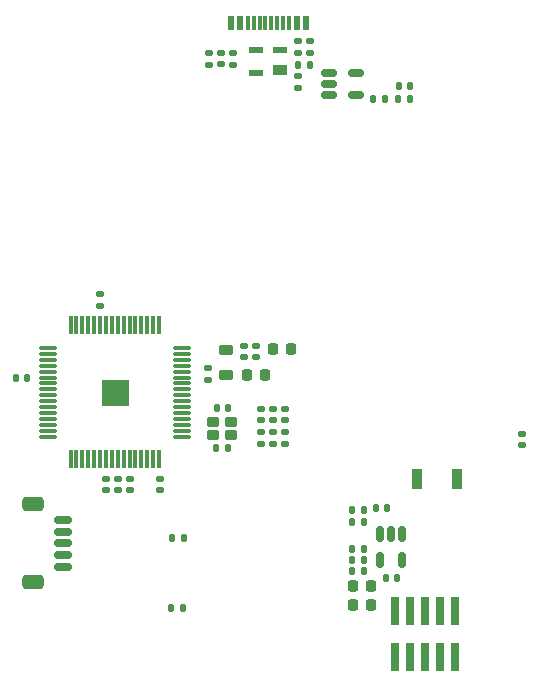
<source format=gbr>
%TF.GenerationSoftware,KiCad,Pcbnew,6.0.9+dfsg-1*%
%TF.CreationDate,2023-01-18T23:30:58-08:00*%
%TF.ProjectId,redshift,72656473-6869-4667-942e-6b696361645f,0.2*%
%TF.SameCoordinates,Original*%
%TF.FileFunction,Paste,Top*%
%TF.FilePolarity,Positive*%
%FSLAX46Y46*%
G04 Gerber Fmt 4.6, Leading zero omitted, Abs format (unit mm)*
G04 Created by KiCad (PCBNEW 6.0.9+dfsg-1) date 2023-01-18 23:30:58*
%MOMM*%
%LPD*%
G01*
G04 APERTURE LIST*
G04 Aperture macros list*
%AMRoundRect*
0 Rectangle with rounded corners*
0 $1 Rounding radius*
0 $2 $3 $4 $5 $6 $7 $8 $9 X,Y pos of 4 corners*
0 Add a 4 corners polygon primitive as box body*
4,1,4,$2,$3,$4,$5,$6,$7,$8,$9,$2,$3,0*
0 Add four circle primitives for the rounded corners*
1,1,$1+$1,$2,$3*
1,1,$1+$1,$4,$5*
1,1,$1+$1,$6,$7*
1,1,$1+$1,$8,$9*
0 Add four rect primitives between the rounded corners*
20,1,$1+$1,$2,$3,$4,$5,0*
20,1,$1+$1,$4,$5,$6,$7,0*
20,1,$1+$1,$6,$7,$8,$9,0*
20,1,$1+$1,$8,$9,$2,$3,0*%
G04 Aperture macros list end*
%ADD10C,0.010000*%
%ADD11RoundRect,0.225000X-0.225000X-0.250000X0.225000X-0.250000X0.225000X0.250000X-0.225000X0.250000X0*%
%ADD12RoundRect,0.135000X0.185000X-0.135000X0.185000X0.135000X-0.185000X0.135000X-0.185000X-0.135000X0*%
%ADD13RoundRect,0.147500X0.147500X0.172500X-0.147500X0.172500X-0.147500X-0.172500X0.147500X-0.172500X0*%
%ADD14RoundRect,0.140000X0.140000X0.170000X-0.140000X0.170000X-0.140000X-0.170000X0.140000X-0.170000X0*%
%ADD15RoundRect,0.140000X-0.170000X0.140000X-0.170000X-0.140000X0.170000X-0.140000X0.170000X0.140000X0*%
%ADD16RoundRect,0.140000X-0.140000X-0.170000X0.140000X-0.170000X0.140000X0.170000X-0.140000X0.170000X0*%
%ADD17R,0.600000X1.150000*%
%ADD18R,0.300000X1.150000*%
%ADD19RoundRect,0.218750X-0.381250X0.218750X-0.381250X-0.218750X0.381250X-0.218750X0.381250X0.218750X0*%
%ADD20RoundRect,0.147500X-0.172500X0.147500X-0.172500X-0.147500X0.172500X-0.147500X0.172500X0.147500X0*%
%ADD21RoundRect,0.150000X-0.150000X0.512500X-0.150000X-0.512500X0.150000X-0.512500X0.150000X0.512500X0*%
%ADD22RoundRect,0.140000X0.170000X-0.140000X0.170000X0.140000X-0.170000X0.140000X-0.170000X-0.140000X0*%
%ADD23RoundRect,0.127500X-0.347500X-0.297500X0.347500X-0.297500X0.347500X0.297500X-0.347500X0.297500X0*%
%ADD24RoundRect,0.127500X0.347500X0.297500X-0.347500X0.297500X-0.347500X-0.297500X0.347500X-0.297500X0*%
%ADD25RoundRect,0.150000X-0.512500X-0.150000X0.512500X-0.150000X0.512500X0.150000X-0.512500X0.150000X0*%
%ADD26RoundRect,0.011200X0.128800X-0.723800X0.128800X0.723800X-0.128800X0.723800X-0.128800X-0.723800X0*%
%ADD27RoundRect,0.050400X0.684600X-0.089600X0.684600X0.089600X-0.684600X0.089600X-0.684600X-0.089600X0*%
%ADD28RoundRect,0.135000X-0.135000X-0.185000X0.135000X-0.185000X0.135000X0.185000X-0.135000X0.185000X0*%
%ADD29R,0.900000X1.700000*%
%ADD30RoundRect,0.135000X-0.185000X0.135000X-0.185000X-0.135000X0.185000X-0.135000X0.185000X0.135000X0*%
%ADD31RoundRect,0.150000X0.625000X-0.150000X0.625000X0.150000X-0.625000X0.150000X-0.625000X-0.150000X0*%
%ADD32RoundRect,0.250000X0.650000X-0.350000X0.650000X0.350000X-0.650000X0.350000X-0.650000X-0.350000X0*%
%ADD33R,0.740000X2.400000*%
%ADD34R,1.168400X0.889000*%
%ADD35R,1.168400X0.482600*%
%ADD36RoundRect,0.147500X0.172500X-0.147500X0.172500X0.147500X-0.172500X0.147500X-0.172500X-0.147500X0*%
G04 APERTURE END LIST*
%TO.C,U4*%
G36*
X125580000Y-94080000D02*
G01*
X123420000Y-94080000D01*
X123420000Y-91920000D01*
X125580000Y-91920000D01*
X125580000Y-94080000D01*
G37*
D10*
X125580000Y-94080000D02*
X123420000Y-94080000D01*
X123420000Y-91920000D01*
X125580000Y-91920000D01*
X125580000Y-94080000D01*
%TD*%
D11*
%TO.C,C25*%
X144625000Y-111000000D03*
X146175000Y-111000000D03*
%TD*%
D12*
%TO.C,R6*%
X136850000Y-97385000D03*
X136850000Y-96365000D03*
%TD*%
D13*
%TO.C,FB1*%
X140985000Y-65250000D03*
X140015000Y-65250000D03*
%TD*%
D14*
%TO.C,C24*%
X117105000Y-91750000D03*
X116145000Y-91750000D03*
%TD*%
D11*
%TO.C,C11*%
X137900000Y-89300000D03*
X139450000Y-89300000D03*
%TD*%
D12*
%TO.C,R5*%
X138950000Y-97385000D03*
X138950000Y-96365000D03*
%TD*%
D15*
%TO.C,C13*%
X135475000Y-89070000D03*
X135475000Y-90030000D03*
%TD*%
D16*
%TO.C,C10*%
X148520000Y-67100000D03*
X149480000Y-67100000D03*
%TD*%
D15*
%TO.C,C8*%
X140000000Y-66250000D03*
X140000000Y-67210000D03*
%TD*%
D11*
%TO.C,C14*%
X135675000Y-91500000D03*
X137225000Y-91500000D03*
%TD*%
%TO.C,C20*%
X144625000Y-109400000D03*
X146175000Y-109400000D03*
%TD*%
D17*
%TO.C,J1*%
X140700000Y-61755000D03*
X139900000Y-61755000D03*
D18*
X138750000Y-61755000D03*
X137750000Y-61755000D03*
X137250000Y-61755000D03*
X136250000Y-61755000D03*
D17*
X135100000Y-61755000D03*
X134300000Y-61755000D03*
X134300000Y-61755000D03*
X135100000Y-61755000D03*
D18*
X135750000Y-61755000D03*
X136750000Y-61755000D03*
X138250000Y-61755000D03*
X139250000Y-61755000D03*
D17*
X139900000Y-61755000D03*
X140700000Y-61755000D03*
%TD*%
D19*
%TO.C,L1*%
X133925000Y-89387500D03*
X133925000Y-91512500D03*
%TD*%
D20*
%TO.C,D4*%
X136850000Y-94390000D03*
X136850000Y-95360000D03*
%TD*%
D16*
%TO.C,C2*%
X146620000Y-102800000D03*
X147580000Y-102800000D03*
%TD*%
D21*
%TO.C,U3*%
X148850000Y-104962500D03*
X147900000Y-104962500D03*
X146950000Y-104962500D03*
X146950000Y-107237500D03*
X148850000Y-107237500D03*
%TD*%
D22*
%TO.C,C4*%
X123250000Y-85655000D03*
X123250000Y-84695000D03*
%TD*%
D16*
%TO.C,C15*%
X133120000Y-94300000D03*
X134080000Y-94300000D03*
%TD*%
D12*
%TO.C,R4*%
X137900000Y-97385000D03*
X137900000Y-96365000D03*
%TD*%
D23*
%TO.C,Y1*%
X134300000Y-95500000D03*
D24*
X132850000Y-95500000D03*
X132850000Y-96650000D03*
X134300000Y-96650000D03*
%TD*%
D15*
%TO.C,C1*%
X133500000Y-64270000D03*
X133500000Y-65230000D03*
%TD*%
D25*
%TO.C,U2*%
X142662500Y-65950000D03*
X142662500Y-66900000D03*
X142662500Y-67850000D03*
X144937500Y-67850000D03*
X144937500Y-65950000D03*
%TD*%
D26*
%TO.C,U4*%
X120750000Y-98670000D03*
X121250000Y-98670000D03*
X121750000Y-98670000D03*
X122250000Y-98670000D03*
X122750000Y-98670000D03*
X123250000Y-98670000D03*
X123750000Y-98670000D03*
X124250000Y-98670000D03*
X124750000Y-98670000D03*
X125250000Y-98670000D03*
X125750000Y-98670000D03*
X126250000Y-98670000D03*
X126750000Y-98670000D03*
X127250000Y-98670000D03*
X127750000Y-98670000D03*
X128250000Y-98670000D03*
D27*
X130170000Y-96750000D03*
X130170000Y-96250000D03*
X130170000Y-95750000D03*
X130170000Y-95250000D03*
X130170000Y-94750000D03*
X130170000Y-94250000D03*
X130170000Y-93750000D03*
X130170000Y-93250000D03*
X130170000Y-92750000D03*
X130170000Y-92250000D03*
X130170000Y-91750000D03*
X130170000Y-91250000D03*
X130170000Y-90750000D03*
X130170000Y-90250000D03*
X130170000Y-89750000D03*
X130170000Y-89250000D03*
D26*
X128250000Y-87330000D03*
X127750000Y-87330000D03*
X127250000Y-87330000D03*
X126750000Y-87330000D03*
X126250000Y-87330000D03*
X125750000Y-87330000D03*
X125250000Y-87330000D03*
X124750000Y-87330000D03*
X124250000Y-87330000D03*
X123750000Y-87330000D03*
X123250000Y-87330000D03*
X122750000Y-87330000D03*
X122250000Y-87330000D03*
X121750000Y-87330000D03*
X121250000Y-87330000D03*
X120750000Y-87330000D03*
D27*
X118830000Y-89250000D03*
X118830000Y-89750000D03*
X118830000Y-90250000D03*
X118830000Y-90750000D03*
X118830000Y-91250000D03*
X118830000Y-91750000D03*
X118830000Y-92250000D03*
X118830000Y-92750000D03*
X118830000Y-93250000D03*
X118830000Y-93750000D03*
X118830000Y-94250000D03*
X118830000Y-94750000D03*
X118830000Y-95250000D03*
X118830000Y-95750000D03*
X118830000Y-96250000D03*
X118830000Y-96750000D03*
%TD*%
D16*
%TO.C,C23*%
X133095000Y-97750000D03*
X134055000Y-97750000D03*
%TD*%
D15*
%TO.C,C6*%
X123750000Y-100345000D03*
X123750000Y-101305000D03*
%TD*%
%TO.C,C12*%
X136475000Y-89070000D03*
X136475000Y-90030000D03*
%TD*%
D28*
%TO.C,R7*%
X129240000Y-111300000D03*
X130260000Y-111300000D03*
%TD*%
D20*
%TO.C,D3*%
X138950000Y-94390000D03*
X138950000Y-95360000D03*
%TD*%
D29*
%TO.C,SW4*%
X150100000Y-100350000D03*
X153500000Y-100350000D03*
%TD*%
D16*
%TO.C,C22*%
X144620000Y-106250000D03*
X145580000Y-106250000D03*
%TD*%
D20*
%TO.C,D2*%
X137900000Y-94390000D03*
X137900000Y-95360000D03*
%TD*%
%TO.C,D7*%
X159000000Y-96515000D03*
X159000000Y-97485000D03*
%TD*%
D15*
%TO.C,C9*%
X132375000Y-90970000D03*
X132375000Y-91930000D03*
%TD*%
D30*
%TO.C,R1*%
X132500000Y-64240000D03*
X132500000Y-65260000D03*
%TD*%
D15*
%TO.C,C3*%
X128350000Y-100345000D03*
X128350000Y-101305000D03*
%TD*%
D12*
%TO.C,R2*%
X140000000Y-64260000D03*
X140000000Y-63240000D03*
%TD*%
D13*
%TO.C,D6*%
X149485000Y-68200000D03*
X148515000Y-68200000D03*
%TD*%
D14*
%TO.C,C17*%
X145580000Y-102950000D03*
X144620000Y-102950000D03*
%TD*%
D16*
%TO.C,C7*%
X147420000Y-108700000D03*
X148380000Y-108700000D03*
%TD*%
D15*
%TO.C,C5*%
X124750000Y-100345000D03*
X124750000Y-101305000D03*
%TD*%
%TO.C,C16*%
X125750000Y-100345000D03*
X125750000Y-101305000D03*
%TD*%
D28*
%TO.C,R8*%
X129365000Y-105300000D03*
X130385000Y-105300000D03*
%TD*%
D31*
%TO.C,J2*%
X120125000Y-107800000D03*
X120125000Y-106800000D03*
X120125000Y-105800000D03*
X120125000Y-104800000D03*
X120125000Y-103800000D03*
D32*
X117600000Y-109100000D03*
X117600000Y-102500000D03*
%TD*%
D33*
%TO.C,J4*%
X148210000Y-115450000D03*
X148210000Y-111550000D03*
X149480000Y-115450000D03*
X149480000Y-111550000D03*
X150750000Y-115450000D03*
X150750000Y-111550000D03*
X152020000Y-115450000D03*
X152020000Y-111550000D03*
X153290000Y-115450000D03*
X153290000Y-111550000D03*
%TD*%
D14*
%TO.C,C18*%
X145580000Y-104000000D03*
X144620000Y-104000000D03*
%TD*%
D34*
%TO.C,D1*%
X138516343Y-65746800D03*
D35*
X138516343Y-64050000D03*
X136484343Y-64049999D03*
X136484343Y-65950001D03*
%TD*%
D16*
%TO.C,C19*%
X144620000Y-108150000D03*
X145580000Y-108150000D03*
%TD*%
D36*
%TO.C,F1*%
X141000000Y-64235000D03*
X141000000Y-63265000D03*
%TD*%
D28*
%TO.C,R13*%
X146390000Y-68200000D03*
X147410000Y-68200000D03*
%TD*%
D16*
%TO.C,C21*%
X144620000Y-107200000D03*
X145580000Y-107200000D03*
%TD*%
D12*
%TO.C,R3*%
X134500000Y-65260000D03*
X134500000Y-64240000D03*
%TD*%
M02*

</source>
